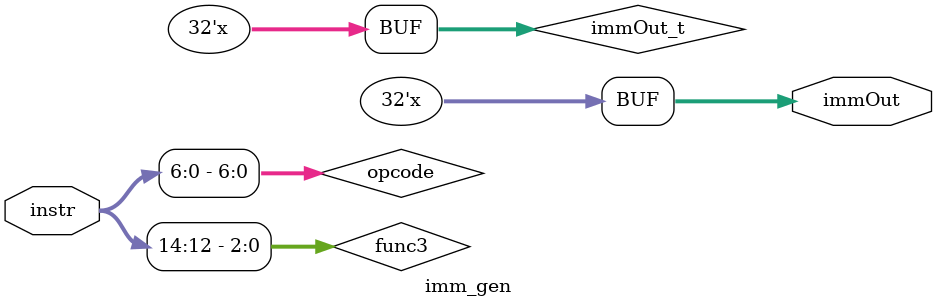
<source format=v>
`timescale 1ns / 1ps


module imm_gen(
input [31:0] instr,
output wire [31:0] immOut
);
reg [11:0] imm;
reg [20:0] imm_j;
wire [6:0] opcode;
wire [2:0] func3;
reg [31:0]immOut_t;
parameter I1 = 7'b0010011, I2 = 7'b0000011, S = 7'b0100011 ,B=7'b1100011,J=7'b1101111,JR=7'b1100111;
assign  func3 = instr[14:12];
assign opcode = instr[6:0];

always @(*)
begin
    case(opcode)
        I1:
        begin 
            if( func3 == 3'b001 || func3 == 3'b101)
                imm <= {{7{instr[24]}},instr[24:20]}; //for I-type shift instructions shift amount is encoded in the instructions only
            else
                imm <= instr[31:20];
               immOut_t<= {{20{imm[11]}}, imm[11:0]};
        end
        I2:  begin 
              imm <= instr[31:20]; 
              immOut_t<= {{20{imm[11]}}, imm[11:0]};
              end
        S: begin 
            imm <= {instr[31:25],instr[11:7]};
            immOut_t<= {{20{imm[11]}}, imm[11:0]};
            end
        B: begin 
           imm<={instr[31],instr[7],instr[30:25],instr[11:8],1'b0};
           immOut_t<= {{19{imm[12]}}, imm[12:0]};
           end
        J: begin 
           imm_j<={instr[31],instr[19:12],instr[20],instr[30:21],1'b0};
           immOut_t<={{11{imm_j[20]}},imm_j[20:0]};
           end 
        JR:begin
           imm<={instr[31:20]};
           immOut_t<= {{20{imm[11]}}, imm[11:0]};
           end   
        default: imm <= 12'd0;
    endcase
        
end

assign immOut = immOut_t;
endmodule
</source>
